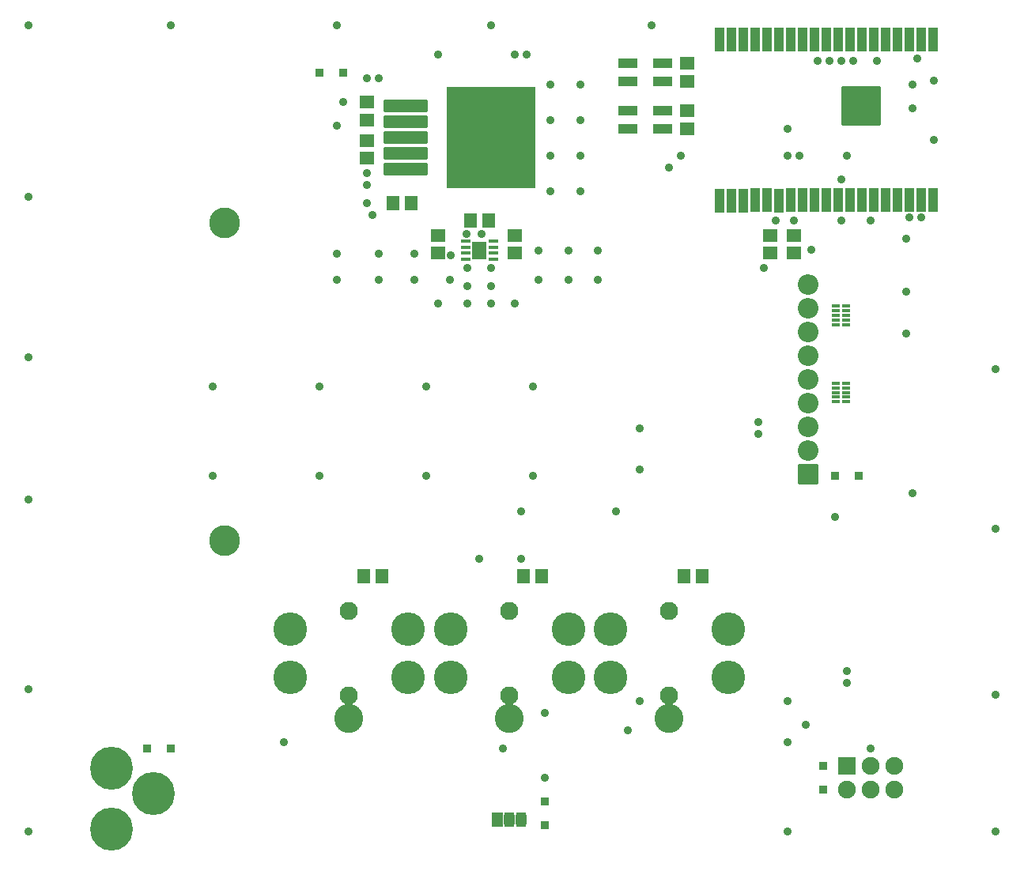
<source format=gts>
G04 #@! TF.GenerationSoftware,KiCad,Pcbnew,7.0.9*
G04 #@! TF.CreationDate,2023-12-25T18:17:51+01:00*
G04 #@! TF.ProjectId,wall-mounted-room-temperature-sensor-wifi,77616c6c-2d6d-46f7-956e-7465642d726f,v1.0*
G04 #@! TF.SameCoordinates,Original*
G04 #@! TF.FileFunction,Soldermask,Top*
G04 #@! TF.FilePolarity,Negative*
%FSLAX46Y46*%
G04 Gerber Fmt 4.6, Leading zero omitted, Abs format (unit mm)*
G04 Created by KiCad (PCBNEW 7.0.9) date 2023-12-25 18:17:51*
%MOMM*%
%LPD*%
G01*
G04 APERTURE LIST*
G04 Aperture macros list*
%AMRoundRect*
0 Rectangle with rounded corners*
0 $1 Rounding radius*
0 $2 $3 $4 $5 $6 $7 $8 $9 X,Y pos of 4 corners*
0 Add a 4 corners polygon primitive as box body*
4,1,4,$2,$3,$4,$5,$6,$7,$8,$9,$2,$3,0*
0 Add four circle primitives for the rounded corners*
1,1,$1+$1,$2,$3*
1,1,$1+$1,$4,$5*
1,1,$1+$1,$6,$7*
1,1,$1+$1,$8,$9*
0 Add four rect primitives between the rounded corners*
20,1,$1+$1,$2,$3,$4,$5,0*
20,1,$1+$1,$4,$5,$6,$7,0*
20,1,$1+$1,$6,$7,$8,$9,0*
20,1,$1+$1,$8,$9,$2,$3,0*%
G04 Aperture macros list end*
%ADD10RoundRect,0.050000X-0.750000X0.650000X-0.750000X-0.650000X0.750000X-0.650000X0.750000X0.650000X0*%
%ADD11RoundRect,0.050000X0.750000X-0.650000X0.750000X0.650000X-0.750000X0.650000X-0.750000X-0.650000X0*%
%ADD12RoundRect,0.050000X-0.650000X-0.750000X0.650000X-0.750000X0.650000X0.750000X-0.650000X0.750000X0*%
%ADD13RoundRect,0.050000X0.400000X0.400000X-0.400000X0.400000X-0.400000X-0.400000X0.400000X-0.400000X0*%
%ADD14RoundRect,0.050000X-0.400000X0.400000X-0.400000X-0.400000X0.400000X-0.400000X0.400000X0.400000X0*%
%ADD15RoundRect,0.050000X-0.400000X0.150000X-0.400000X-0.150000X0.400000X-0.150000X0.400000X0.150000X0*%
%ADD16RoundRect,0.050000X-0.400000X-0.400000X0.400000X-0.400000X0.400000X0.400000X-0.400000X0.400000X0*%
%ADD17RoundRect,0.050000X1.000000X0.500000X-1.000000X0.500000X-1.000000X-0.500000X1.000000X-0.500000X0*%
%ADD18C,1.950000*%
%ADD19C,3.600000*%
%ADD20C,3.100000*%
%ADD21RoundRect,0.050000X-2.300000X-0.625000X2.300000X-0.625000X2.300000X0.625000X-2.300000X0.625000X0*%
%ADD22RoundRect,0.050000X-4.700000X-5.400000X4.700000X-5.400000X4.700000X5.400000X-4.700000X5.400000X0*%
%ADD23RoundRect,0.050000X0.500000X0.155000X-0.500000X0.155000X-0.500000X-0.155000X0.500000X-0.155000X0*%
%ADD24RoundRect,0.050000X0.750000X0.875000X-0.750000X0.875000X-0.750000X-0.875000X0.750000X-0.875000X0*%
%ADD25RoundRect,0.050000X0.400000X-0.400000X0.400000X0.400000X-0.400000X0.400000X-0.400000X-0.400000X0*%
%ADD26RoundRect,0.050000X-0.450000X1.250000X-0.450000X-1.250000X0.450000X-1.250000X0.450000X1.250000X0*%
%ADD27RoundRect,0.050000X0.450000X-1.250000X0.450000X1.250000X-0.450000X1.250000X-0.450000X-1.250000X0*%
%ADD28RoundRect,0.050000X-0.450000X-1.250000X0.450000X-1.250000X0.450000X1.250000X-0.450000X1.250000X0*%
%ADD29RoundRect,0.050000X-2.050000X2.050000X-2.050000X-2.050000X2.050000X-2.050000X2.050000X2.050000X0*%
%ADD30RoundRect,0.050000X-0.900000X0.900000X-0.900000X-0.900000X0.900000X-0.900000X0.900000X0.900000X0*%
%ADD31O,1.900000X1.900000*%
%ADD32RoundRect,0.050000X-0.525000X-0.750000X0.525000X-0.750000X0.525000X0.750000X-0.525000X0.750000X0*%
%ADD33RoundRect,0.312500X-0.262500X-0.487500X0.262500X-0.487500X0.262500X0.487500X-0.262500X0.487500X0*%
%ADD34RoundRect,0.050000X1.050000X1.050000X-1.050000X1.050000X-1.050000X-1.050000X1.050000X-1.050000X0*%
%ADD35O,2.200000X2.200000*%
%ADD36C,3.300000*%
%ADD37C,4.600000*%
%ADD38C,0.900000*%
G04 APERTURE END LIST*
D10*
X76200000Y-78705000D03*
X76200000Y-80645000D03*
D11*
X83820000Y-94950000D03*
X83820000Y-93010000D03*
D12*
X87295000Y-91440000D03*
X89235000Y-91440000D03*
X79040000Y-89535000D03*
X80980000Y-89535000D03*
D11*
X76200000Y-84790000D03*
X76200000Y-82850000D03*
X92075000Y-94950000D03*
X92075000Y-93010000D03*
X110490000Y-76535000D03*
X110490000Y-74595000D03*
X110490000Y-81615000D03*
X110490000Y-79675000D03*
D13*
X73660000Y-75565000D03*
X71120000Y-75565000D03*
D14*
X125095000Y-149860000D03*
X125095000Y-152400000D03*
D15*
X126460000Y-100600000D03*
X126460000Y-101100000D03*
X126460000Y-101600000D03*
X126460000Y-102100000D03*
X126460000Y-102600000D03*
X127540000Y-102600000D03*
X127540000Y-102100000D03*
X127540000Y-101600000D03*
X127540000Y-101100000D03*
X127540000Y-100600000D03*
X126460000Y-108855000D03*
X126460000Y-109355000D03*
X126460000Y-109855000D03*
X126460000Y-110355000D03*
X126460000Y-110855000D03*
X127540000Y-110855000D03*
X127540000Y-110355000D03*
X127540000Y-109855000D03*
X127540000Y-109355000D03*
X127540000Y-108855000D03*
D16*
X126365000Y-118745000D03*
X128905000Y-118745000D03*
D11*
X121920000Y-94950000D03*
X121920000Y-93010000D03*
D12*
X110155000Y-129540000D03*
X112095000Y-129540000D03*
X93010000Y-129540000D03*
X94950000Y-129540000D03*
X75865000Y-129540000D03*
X77805000Y-129540000D03*
D17*
X107920000Y-76565000D03*
X104170000Y-76565000D03*
X107920000Y-74565000D03*
X104170000Y-74565000D03*
X107920000Y-81645000D03*
X104170000Y-81645000D03*
X107920000Y-79645000D03*
X104170000Y-79645000D03*
D18*
X108585000Y-133270000D03*
X108585000Y-142320000D03*
D19*
X114885000Y-140345000D03*
X102285000Y-140345000D03*
X114885000Y-135245000D03*
X102285000Y-135245000D03*
D20*
X108585000Y-144745000D03*
D21*
X80385000Y-79150000D03*
X80385000Y-80850000D03*
X80385000Y-82550000D03*
D22*
X89535000Y-82550000D03*
D21*
X80385000Y-84250000D03*
X80385000Y-85950000D03*
D23*
X89750900Y-95590000D03*
X89750900Y-94940000D03*
X89750900Y-94290000D03*
X89750900Y-93640000D03*
X86779100Y-93640000D03*
X86779100Y-94290000D03*
X86779100Y-94940000D03*
X86779100Y-95590000D03*
D24*
X88265000Y-94615000D03*
D18*
X91500000Y-133270000D03*
X91500000Y-142320000D03*
D19*
X97800000Y-140345000D03*
X85200000Y-140345000D03*
X97800000Y-135245000D03*
X85200000Y-135245000D03*
D20*
X91500000Y-144745000D03*
D10*
X119380000Y-93010000D03*
X119380000Y-94950000D03*
D18*
X74295000Y-133270000D03*
X74295000Y-142320000D03*
D19*
X80595000Y-140345000D03*
X67995000Y-140345000D03*
X80595000Y-135245000D03*
X67995000Y-135245000D03*
D20*
X74295000Y-144745000D03*
D25*
X95250000Y-156210000D03*
X95250000Y-153670000D03*
D26*
X136870000Y-72020000D03*
X135600000Y-72020000D03*
X134330000Y-72020000D03*
X133060000Y-72020000D03*
X131790000Y-72020000D03*
X130520000Y-72020000D03*
X129250000Y-72020000D03*
X127980000Y-72020000D03*
X126710000Y-72020000D03*
X125440000Y-72020000D03*
X124170000Y-72020000D03*
X122900000Y-72020000D03*
X121630000Y-72020000D03*
X120360000Y-72020000D03*
D27*
X119090000Y-72020000D03*
X117820000Y-72020000D03*
D28*
X116550000Y-72009000D03*
X115280000Y-72009000D03*
X114010000Y-72009000D03*
X114010000Y-89281000D03*
X115280000Y-89281000D03*
X116550000Y-89281000D03*
D26*
X117820000Y-89270000D03*
X119090000Y-89270000D03*
X120360000Y-89281000D03*
X121630000Y-89270000D03*
X122900000Y-89270000D03*
X124170000Y-89270000D03*
X125440000Y-89270000D03*
X126710000Y-89270000D03*
X127980000Y-89270000D03*
X129250000Y-89270000D03*
X130520000Y-89270000D03*
X131790000Y-89270000D03*
X133060000Y-89270000D03*
X134330000Y-89270000D03*
X135600000Y-89270000D03*
X136870000Y-89270000D03*
D29*
X129175000Y-79145000D03*
D30*
X127635000Y-149860000D03*
D31*
X127635000Y-152400000D03*
X130175000Y-149860000D03*
X130175000Y-152400000D03*
X132715000Y-149860000D03*
X132715000Y-152400000D03*
D32*
X90170000Y-155575000D03*
D33*
X91440000Y-155575000D03*
X92710000Y-155575000D03*
D34*
X123444000Y-118618000D03*
D35*
X123444000Y-116078000D03*
X123444000Y-113538000D03*
X123444000Y-110998000D03*
X123444000Y-108458000D03*
X123444000Y-105918000D03*
X123444000Y-103378000D03*
X123444000Y-100838000D03*
X123444000Y-98298000D03*
D36*
X61000000Y-125720000D03*
X61000000Y-91720000D03*
D16*
X52705000Y-147955000D03*
X55245000Y-147955000D03*
D37*
X48895000Y-150095000D03*
X53395000Y-152845000D03*
X48895000Y-156595000D03*
D38*
X99060000Y-84455000D03*
X82550000Y-118745000D03*
X88468200Y-92913200D03*
X86995000Y-98425000D03*
X136940001Y-82769999D03*
X121285000Y-156845000D03*
X86995000Y-100330000D03*
X67310000Y-147320000D03*
X92075000Y-100330000D03*
X93980000Y-118745000D03*
X136940001Y-76419999D03*
X89535000Y-98425000D03*
X99060000Y-80645000D03*
X86995000Y-96520000D03*
X143510000Y-107315000D03*
X71120000Y-118745000D03*
X59690000Y-109220000D03*
X123190000Y-145415000D03*
X143510000Y-142240000D03*
X82550000Y-109220000D03*
X89535000Y-96520000D03*
X40005000Y-141605000D03*
X55245000Y-70485000D03*
X143510000Y-156845000D03*
X95885000Y-80645000D03*
X40005000Y-70485000D03*
X95885000Y-88265000D03*
X40005000Y-106045000D03*
X89535000Y-100330000D03*
X143510000Y-124460000D03*
X40005000Y-121285000D03*
X95885000Y-76835000D03*
X71120000Y-109220000D03*
X89535000Y-70485000D03*
X99060000Y-88265000D03*
X106680000Y-70485000D03*
X99060000Y-76835000D03*
X83820000Y-100330000D03*
X59690000Y-118745000D03*
X40005000Y-156845000D03*
X93980000Y-109220000D03*
X73025000Y-70485000D03*
X95250000Y-151130000D03*
X40005000Y-88900000D03*
X95885000Y-84455000D03*
X73025000Y-97790000D03*
X77470000Y-76200000D03*
X81280000Y-94996000D03*
X85090000Y-97790000D03*
X73025000Y-94996000D03*
X76200000Y-76200000D03*
X86868000Y-92837000D03*
X77470000Y-97790000D03*
X81280000Y-97790000D03*
X73660000Y-78740000D03*
X73025000Y-81280000D03*
X77470000Y-94996000D03*
X85217000Y-95123000D03*
X76200000Y-89535000D03*
X127000000Y-86995000D03*
X76200000Y-86360000D03*
X76835000Y-90805000D03*
X108585000Y-85725000D03*
X123799600Y-94589600D03*
X134620000Y-79375000D03*
X135128000Y-74114999D03*
X134620000Y-76835000D03*
X109855000Y-84455000D03*
X76200000Y-87630000D03*
X97790000Y-94615000D03*
X105410000Y-142875000D03*
X97790000Y-97790000D03*
X88265000Y-127635000D03*
X100965000Y-97790000D03*
X100965000Y-94615000D03*
X105410000Y-113665000D03*
X94615000Y-94615000D03*
X105410000Y-118110000D03*
X94615000Y-97790000D03*
X92710000Y-127635000D03*
X130810000Y-74295000D03*
X130175000Y-147955000D03*
X121285000Y-142875000D03*
X121285000Y-81615000D03*
X121285000Y-147320000D03*
X119989600Y-91440000D03*
X121285000Y-84455000D03*
X128270000Y-74295000D03*
X127000000Y-74295000D03*
X92710000Y-122555000D03*
X102870000Y-122555000D03*
X125730000Y-74295000D03*
X127635000Y-139700000D03*
X118110000Y-114300000D03*
X118110000Y-113030000D03*
X93345000Y-73660000D03*
X127635000Y-140970000D03*
X92075000Y-73660000D03*
X127000000Y-91440000D03*
X130149600Y-91440000D03*
X121920000Y-91440000D03*
X118719600Y-96520000D03*
X133985000Y-99060000D03*
X134315200Y-91135200D03*
X133985000Y-103505000D03*
X135585200Y-91135200D03*
X127635000Y-84455000D03*
X104140000Y-146050000D03*
X122555000Y-84455000D03*
X134620000Y-120650000D03*
X133985000Y-93345000D03*
X126365000Y-123190000D03*
X124460000Y-74295000D03*
X83820000Y-73660000D03*
X95250000Y-144145000D03*
X90805000Y-147955000D03*
M02*

</source>
